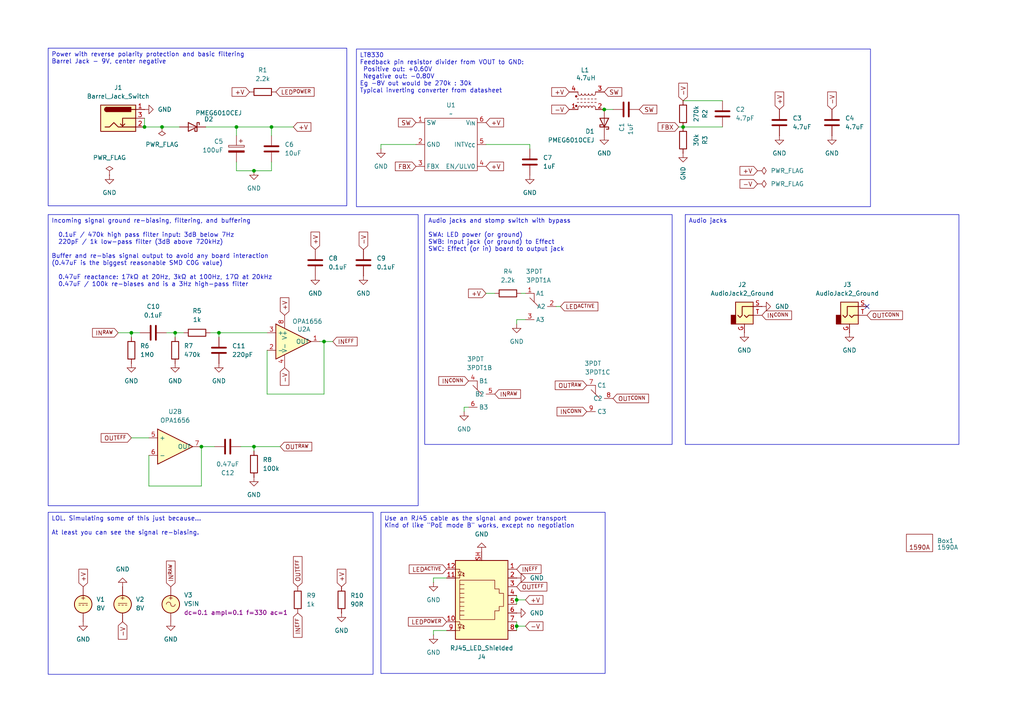
<source format=kicad_sch>
(kicad_sch (version 20250114) (generator "eeschema") (generator_version "9.0")
  (paper "A4")
  (title_block (title "Base board with RJ45") (date "2025-06-11") (rev "v2.0"))
  (lib_symbols
    (symbol "Connector:Barrel_Jack_Switch" (pin_names (hide yes))
      (property "Reference" "J" (at 0 5.334 0))
      (property "Value" "Barrel_Jack_Switch" (at 0 -5.08 0))
      (symbol "Barrel_Jack_Switch_0_1"
        (rectangle (start -5.08 3.81) (end 5.08 -3.81) (stroke (width 0.254)) (fill (type background)))
        (polyline (pts (xy -3.81 -2.54) (xy -2.54 -2.54) (xy -1.27 -1.27) (xy 0 -2.54) (xy 2.54 -2.54) (xy 5.08 -2.54)) (stroke (width 0.254)))
        (arc (start -3.302 1.905) (mid -3.9343 2.54) (end -3.302 3.175) (stroke (width 0.254)))
        (arc (start -3.302 1.905) (mid -3.9343 2.54) (end -3.302 3.175) (stroke (width 0.254)) (fill (type outline)))
        (polyline (pts (xy 1.27 -2.286) (xy 1.905 -1.651)) (stroke (width 0.254)))
        (rectangle (start 3.683 3.175) (end -3.302 1.905) (stroke (width 0.254)) (fill (type outline)))
        (polyline (pts (xy 5.08 2.54) (xy 3.81 2.54)) (stroke (width 0.254)))
        (polyline (pts (xy 5.08 0) (xy 1.27 0) (xy 1.27 -2.286) (xy 0.635 -1.651)) (stroke (width 0.254)))
      )
      (symbol "Barrel_Jack_Switch_1_1"
        (pin passive line (at 7.62 2.54 180) (length 2.54) (name "~") (number "1"))
        (pin passive line (at 7.62 0 180) (length 2.54) (name "~") (number "3"))
        (pin passive line (at 7.62 -2.54 180) (length 2.54) (name "~") (number "2"))
      )
    )
    (symbol "Connector:RJ45_LED_Shielded" (pin_names (offset 1.016))
      (property "Reference" "J" (at -5.08 13.97 0))
      (property "Value" "RJ45_LED_Shielded" (at 1.27 13.97 0))
      (symbol "RJ45_LED_Shielded_0_1"
        (polyline (pts (xy -7.62 10.16) (xy -6.35 10.16)))
        (polyline (pts (xy -7.62 7.62) (xy -6.35 7.62)))
        (polyline (pts (xy -7.62 -5.08) (xy -6.35 -5.08)))
        (polyline (pts (xy -7.62 -7.62) (xy -6.35 -7.62)))
        (polyline (pts (xy -6.858 9.398) (xy -5.842 9.398)))
        (polyline (pts (xy -6.858 -5.842) (xy -5.842 -5.842)))
        (polyline (pts (xy -6.35 10.16) (xy -6.35 9.398)))
        (polyline (pts (xy -6.35 9.398) (xy -6.858 8.382) (xy -5.842 8.382) (xy -6.35 9.398)))
        (polyline (pts (xy -6.35 7.62) (xy -6.35 8.382)))
        (polyline (pts (xy -6.35 1.905) (xy -5.08 1.905) (xy -5.08 1.905)))
        (polyline (pts (xy -6.35 0.635) (xy -5.08 0.635) (xy -5.08 0.635)))
        (polyline (pts (xy -6.35 -0.635) (xy -5.08 -0.635) (xy -5.08 -0.635)))
        (polyline (pts (xy -6.35 -1.905) (xy -5.08 -1.905) (xy -5.08 -1.905)))
        (polyline (pts (xy -6.35 -3.175) (xy -5.08 -3.175) (xy -5.08 -3.175)))
        (polyline (pts (xy -6.35 -4.445) (xy -6.35 6.985) (xy 3.81 6.985) (xy 3.81 4.445) (xy 5.08 4.445) (xy 5.08 3.175) (xy 6.35 3.175) (xy 6.35 -0.635) (xy 5.08 -0.635) (xy 5.08 -1.905) (xy 3.81 -1.905) (xy 3.81 -4.445) (xy -6.35 -4.445) (xy -6.35 -4.445)))
        (polyline (pts (xy -6.35 -5.08) (xy -6.35 -5.842)))
        (polyline (pts (xy -6.35 -5.842) (xy -6.858 -6.858) (xy -5.842 -6.858) (xy -6.35 -5.842)))
        (polyline (pts (xy -6.35 -7.62) (xy -6.35 -6.858)))
        (polyline (pts (xy -5.588 9.144) (xy -5.08 9.652) (xy -5.461 9.525)))
        (polyline (pts (xy -5.588 8.509) (xy -5.08 9.017) (xy -5.461 8.89)))
        (polyline (pts (xy -5.588 -6.096) (xy -5.08 -5.588) (xy -5.461 -5.715)))
        (polyline (pts (xy -5.588 -6.731) (xy -5.08 -6.223) (xy -5.461 -6.35)))
        (polyline (pts (xy -5.08 9.652) (xy -5.207 9.271)))
        (polyline (pts (xy -5.08 9.017) (xy -5.207 8.636)))
        (polyline (pts (xy -5.08 5.715) (xy -6.35 5.715)))
        (polyline (pts (xy -5.08 4.445) (xy -6.35 4.445)))
        (polyline (pts (xy -5.08 3.175) (xy -6.35 3.175) (xy -6.35 3.175)))
        (polyline (pts (xy -5.08 -5.588) (xy -5.207 -5.969)))
        (polyline (pts (xy -5.08 -6.223) (xy -5.207 -6.604)))
        (rectangle (start 7.62 12.7) (end -7.62 -10.16) (stroke (width 0.254)) (fill (type background)))
      )
      (symbol "RJ45_LED_Shielded_1_1"
        (pin passive line (at -10.16 10.16 0) (length 2.54) (name "~") (number "9"))
        (pin passive line (at -10.16 7.62 0) (length 2.54) (name "~") (number "10"))
        (pin passive line (at -10.16 -5.08 0) (length 2.54) (name "~") (number "11"))
        (pin passive line (at -10.16 -7.62 0) (length 2.54) (name "~") (number "12"))
        (pin passive line (at 0 -12.7 90) (length 2.54) (name "~") (number "SH"))
        (pin passive line (at 10.16 10.16 180) (length 2.54) (name "~") (number "8"))
        (pin passive line (at 10.16 7.62 180) (length 2.54) (name "~") (number "7"))
        (pin passive line (at 10.16 5.08 180) (length 2.54) (name "~") (number "6"))
        (pin passive line (at 10.16 2.54 180) (length 2.54) (name "~") (number "5"))
        (pin passive line (at 10.16 0 180) (length 2.54) (name "~") (number "4"))
        (pin passive line (at 10.16 -2.54 180) (length 2.54) (name "~") (number "3"))
        (pin passive line (at 10.16 -5.08 180) (length 2.54) (name "~") (number "2"))
        (pin passive line (at 10.16 -7.62 180) (length 2.54) (name "~") (number "1"))
      )
    )
    (symbol "Connector_Audio:AudioJack2_Ground"
      (property "Reference" "J" (at 0 8.89 0))
      (property "Value" "AudioJack2_Ground" (at 0 6.35 0))
      (symbol "AudioJack2_Ground_0_1"
        (rectangle (start -2.54 -2.54) (end -3.81 0) (stroke (width 0.254)) (fill (type outline)))
        (polyline (pts (xy 0 0) (xy 0.635 -0.635) (xy 1.27 0) (xy 2.54 0)) (stroke (width 0.254)))
        (rectangle (start 2.54 3.81) (end -2.54 -2.54) (stroke (width 0.254)) (fill (type background)))
        (polyline (pts (xy 2.54 2.54) (xy -0.635 2.54) (xy -0.635 0) (xy -1.27 -0.635) (xy -1.905 0)) (stroke (width 0.254)))
      )
      (symbol "AudioJack2_Ground_1_1"
        (pin passive line (at 0 -5.08 90) (length 2.54) (name "~") (number "G"))
        (pin passive line (at 5.08 2.54 180) (length 2.54) (name "~") (number "S"))
        (pin passive line (at 5.08 0 180) (length 2.54) (name "~") (number "T"))
      )
    )
    (symbol "Device:C" (pin_numbers (hide yes)) (pin_names (offset 0.254))
      (property "Reference" "C" (at 0.635 2.54 0))
      (property "Value" "C" (at 0.635 -2.54 0))
      (symbol "C_0_1"
        (polyline (pts (xy -2.032 0.762) (xy 2.032 0.762)) (stroke (width 0.508)))
        (polyline (pts (xy -2.032 -0.762) (xy 2.032 -0.762)) (stroke (width 0.508)))
      )
      (symbol "C_1_1"
        (pin passive line (at 0 3.81 270) (length 2.794) (name "~") (number "1"))
        (pin passive line (at 0 -3.81 90) (length 2.794) (name "~") (number "2"))
      )
    )
    (symbol "Device:C_Polarized" (pin_numbers (hide yes)) (pin_names (offset 0.254))
      (property "Reference" "C" (at 0.635 2.54 0))
      (property "Value" "C_Polarized" (at 0.635 -2.54 0))
      (symbol "C_Polarized_0_1"
        (rectangle (start -2.286 0.508) (end 2.286 1.016))
        (polyline (pts (xy -1.778 2.286) (xy -0.762 2.286)))
        (polyline (pts (xy -1.27 2.794) (xy -1.27 1.778)))
        (rectangle (start 2.286 -0.508) (end -2.286 -1.016) (fill (type outline)))
      )
      (symbol "C_Polarized_1_1"
        (pin passive line (at 0 3.81 270) (length 2.794) (name "~") (number "1"))
        (pin passive line (at 0 -3.81 90) (length 2.794) (name "~") (number "2"))
      )
    )
    (symbol "Device:D_Schottky" (pin_numbers (hide yes)) (pin_names (offset 1.016) (hide yes))
      (property "Reference" "D" (at 0 2.54 0))
      (property "Value" "D_Schottky" (at 0 -2.54 0))
      (symbol "D_Schottky_0_1"
        (polyline (pts (xy -1.905 0.635) (xy -1.905 1.27) (xy -1.27 1.27) (xy -1.27 -1.27) (xy -0.635 -1.27) (xy -0.635 -0.635)) (stroke (width 0.254)))
        (polyline (pts (xy 1.27 1.27) (xy 1.27 -1.27) (xy -1.27 0) (xy 1.27 1.27)) (stroke (width 0.254)))
        (polyline (pts (xy 1.27 0) (xy -1.27 0)))
      )
      (symbol "D_Schottky_1_1"
        (pin passive line (at -3.81 0 0) (length 2.54) (name "K") (number "1"))
        (pin passive line (at 3.81 0 180) (length 2.54) (name "A") (number "2"))
      )
    )
    (symbol "Device:L_Ferrite_Coupled_1243" (pin_names (offset 0.254) (hide yes))
      (property "Reference" "L" (at 0 4.445 0))
      (property "Value" "L_Ferrite_Coupled_1243" (at 0 -4.445 0))
      (symbol "L_Ferrite_Coupled_1243_0_1"
        (circle (center -3.048 1.524) (radius 0.254) (fill (type outline)))
        (circle (center -3.048 -1.27) (radius 0.254) (fill (type outline)))
        (polyline (pts (xy -2.794 0.508) (xy -2.286 0.508)))
        (polyline (pts (xy -2.794 -0.508) (xy -2.286 -0.508)))
        (polyline (pts (xy -2.54 2.032) (xy -2.54 2.54)))
        (polyline (pts (xy -2.54 -2.032) (xy -2.54 -2.54)))
        (arc (start -1.524 2.032) (mid -2.032 1.5262) (end -2.54 2.032))
        (arc (start -2.54 -2.032) (mid -2.032 -1.5262) (end -1.524 -2.032))
        (polyline (pts (xy -1.778 0.508) (xy -1.27 0.508)))
        (polyline (pts (xy -1.778 -0.508) (xy -1.27 -0.508)))
        (arc (start -0.508 2.032) (mid -1.016 1.5262) (end -1.524 2.032))
        (arc (start -1.524 -2.032) (mid -1.016 -1.5262) (end -0.508 -2.032))
        (polyline (pts (xy -0.762 0.508) (xy -0.254 0.508)))
        (polyline (pts (xy -0.762 -0.508) (xy -0.254 -0.508)))
        (arc (start 0.508 2.032) (mid 0 1.5262) (end -0.508 2.032))
        (arc (start -0.508 -2.032) (mid 0 -1.5262) (end 0.508 -2.032))
        (polyline (pts (xy 0.254 0.508) (xy 0.762 0.508)))
        (polyline (pts (xy 0.254 -0.508) (xy 0.762 -0.508)))
        (arc (start 1.524 2.032) (mid 1.016 1.5262) (end 0.508 2.032))
        (arc (start 0.508 -2.032) (mid 1.016 -1.5262) (end 1.524 -2.032))
        (polyline (pts (xy 1.27 0.508) (xy 1.778 0.508)))
        (polyline (pts (xy 1.27 -0.508) (xy 1.778 -0.508)))
        (arc (start 2.54 2.032) (mid 2.032 1.5262) (end 1.524 2.032))
        (arc (start 1.524 -2.032) (mid 2.032 -1.5262) (end 2.54 -2.032))
        (polyline (pts (xy 2.286 0.508) (xy 2.794 0.508)))
        (polyline (pts (xy 2.286 -0.508) (xy 2.794 -0.508)))
        (polyline (pts (xy 2.54 2.54) (xy 2.54 2.032)))
        (polyline (pts (xy 2.54 -2.032) (xy 2.54 -2.54)))
      )
      (symbol "L_Ferrite_Coupled_1243_1_1"
        (pin passive line (at -5.08 2.54 0) (length 2.54) (name "1") (number "1"))
        (pin passive line (at -5.08 -2.54 0) (length 2.54) (name "4") (number "4"))
        (pin passive line (at 5.08 2.54 180) (length 2.54) (name "2") (number "2"))
        (pin passive line (at 5.08 -2.54 180) (length 2.54) (name "3") (number "3"))
      )
    )
    (symbol "Device:R" (pin_numbers (hide yes)) (pin_names (offset 0))
      (property "Reference" "R" (at 2.032 0 90))
      (property "Value" "R" (at 0 0 90))
      (symbol "R_0_1"
        (rectangle (start -1.016 -2.54) (end 1.016 2.54) (stroke (width 0.254)))
      )
      (symbol "R_1_1"
        (pin passive line (at 0 3.81 270) (length 1.27) (name "~") (number "1"))
        (pin passive line (at 0 -3.81 90) (length 1.27) (name "~") (number "2"))
      )
    )
    (symbol "Mylib:3PDT"
      (property "Reference" "3PDT" (at 0 0 0))
      (symbol "3PDT_0_1"
        (polyline (pts (xy 0 -3.81) (xy 0 -6.35)))
        (polyline (pts (xy 1.27 -7.62) (xy -1.27 -5.08)))
      )
      (symbol "3PDT_1_1"
        (pin passive line (at -2.54 -3.81 0) (length 2.54) (name "A1") (number "1"))
        (pin passive line (at -2.54 -11.43 0) (length 2.54) (name "A3") (number "3"))
        (pin passive line (at 6.35 -7.62 180) (length 2.54) (name "A2") (number "2"))
      )
      (symbol "3PDT_2_1"
        (pin passive line (at -2.54 -3.81 0) (length 2.54) (name "B1") (number "4"))
        (pin passive line (at -2.54 -11.43 0) (length 2.54) (name "B3") (number "6"))
        (pin passive line (at 5.08 -7.62 180) (length 2.54) (name "B2") (number "5"))
      )
      (symbol "3PDT_3_1"
        (pin passive line (at -2.54 -3.81 0) (length 2.54) (name "C1") (number "7"))
        (pin passive line (at -2.54 -11.43 0) (length 2.54) (name "C3") (number "9"))
        (pin passive line (at 5.08 -7.62 180) (length 2.54) (name "C2") (number "8"))
      )
    )
    (symbol "Mylib:Enclosure_1590A" (exclude_from_sim yes)
      (property "Reference" "Box" (at 0 0 0))
      (symbol "Enclosure_1590A_0_1"
        (rectangle (start -3.81 1.27) (end 3.81 -3.81))
      )
      (symbol "Enclosure_1590A_1_1"
        (text "1590A" (at 0 -2.54 0) (effects (font (size 1.27 1.27))))
      )
    )
    (symbol "Mylib:LT8330"
      (property "Reference" "U" (at -0.762 -2.286 0))
      (symbol "LT8330_0_1"
        (rectangle (start -7.62 0) (end 7.62 -15.24))
      )
      (symbol "LT8330_1_1"
        (pin output line (at -10.16 -1.27 0) (length 2.54) (name "SW") (number "1"))
        (pin power_in line (at -10.16 -7.62 0) (length 2.54) (name "GND") (number "2"))
        (pin input line (at -10.16 -13.97 0) (length 2.54) (name "FBX") (number "3"))
        (pin power_in line (at 10.16 -1.27 180) (length 2.54) (name "V_{IN}") (number "6"))
        (pin input line (at 10.16 -7.62 180) (length 2.54) (name "INTV_{CC}") (number "5"))
        (pin input line (at 10.16 -13.97 180) (length 2.54) (name "EN/ULV0") (number "4"))
      )
    )
    (symbol "Mylib:OPA1656"
      (property "Reference" "U" (at 8.89 5.08 0))
      (property "Value" "OPA1656" (at 2.54 11.43 0))
      (symbol "OPA1656_0_1"
        (polyline (pts (xy -2.54 5.08) (xy 7.62 0) (xy -2.54 -5.08) (xy -2.54 5.08)) (stroke (width 0.254)) (fill (type background)))
      )
      (symbol "OPA1656_1_1"
        (pin input line (at -5.08 2.54 0) (length 2.54) (name "+") (number "3"))
        (pin input line (at -5.08 -2.54 0) (length 2.54) (name "-") (number "2"))
        (pin power_in line (at 0 7.62 270) (length 3.81) (name "V+") (number "8"))
        (pin power_in line (at 0 -7.62 90) (length 3.81) (name "V-") (number "4"))
        (pin output line (at 10.16 0 180) (length 2.54) (name "OUT") (number "1"))
      )
      (symbol "OPA1656_2_1"
        (pin input line (at -5.08 2.54 0) (length 2.54) (name "+") (number "5"))
        (pin input line (at -5.08 -2.54 0) (length 2.54) (name "-") (number "6"))
        (pin output line (at 10.16 0 180) (length 2.54) (name "OUT") (number "7"))
      )
    )
    (symbol "Simulation_SPICE:VDC" (pin_numbers (hide yes)) (pin_names (offset 0.0254))
      (property "Reference" "V" (at 2.54 2.54 0))
      (property "Value" "1" (at 2.54 0 0))
      (symbol "VDC_0_0"
        (polyline (pts (xy -1.27 0.254) (xy 1.27 0.254)))
        (polyline (pts (xy -0.762 -0.254) (xy -1.27 -0.254)))
        (polyline (pts (xy 0.254 -0.254) (xy -0.254 -0.254)))
        (polyline (pts (xy 1.27 -0.254) (xy 0.762 -0.254)))
        (text "+" (at 0 1.905 0) (effects (font (size 1.27 1.27))))
      )
      (symbol "VDC_0_1"
        (circle (center 0 0) (radius 2.54) (stroke (width 0.254)) (fill (type background)))
      )
      (symbol "VDC_1_1"
        (pin passive line (at 0 5.08 270) (length 2.54) (name "~") (number "1"))
        (pin passive line (at 0 -5.08 90) (length 2.54) (name "~") (number "2"))
      )
    )
    (symbol "Simulation_SPICE:VSIN" (pin_numbers (hide yes)) (pin_names (offset 0.0254))
      (property "Reference" "V" (at 2.54 2.54 0))
      (property "Value" "VSIN" (at 2.54 0 0))
      (property "Sim.Params" "dc=0 ampl=1 f=1k ac=1" (at 2.54 -2.54 0))
      (symbol "VSIN_0_0"
        (arc (start -1.27 0) (mid -0.635 0.6323) (end 0 0))
        (arc (start 1.27 0) (mid 0.635 -0.6323) (end 0 0))
        (text "+" (at 0 1.905 0) (effects (font (size 1.27 1.27))))
      )
      (symbol "VSIN_0_1"
        (circle (center 0 0) (radius 2.54) (stroke (width 0.254)) (fill (type background)))
      )
      (symbol "VSIN_1_1"
        (pin passive line (at 0 5.08 270) (length 2.54) (name "~") (number "1"))
        (pin passive line (at 0 -5.08 90) (length 2.54) (name "~") (number "2"))
      )
    )
    (symbol "power:GND" (power) (pin_numbers (hide yes)) (pin_names (offset 0) (hide yes))
      (property "Value" "GND" (at 0 -3.81 0))
      (symbol "GND_0_1"
        (polyline (pts (xy 0 0) (xy 0 -1.27) (xy 1.27 -1.27) (xy 0 -2.54) (xy -1.27 -1.27) (xy 0 -1.27)))
      )
      (symbol "GND_1_1"
        (pin power_in line (at 0 0 270) (length 0) (name "~") (number "1"))
      )
    )
    (symbol "power:PWR_FLAG" (power) (pin_numbers (hide yes)) (pin_names (offset 0) (hide yes))
      (property "Value" "PWR_FLAG" (at 0 3.81 0))
      (symbol "PWR_FLAG_0_0"
        (pin power_out line (at 0 0 90) (length 0) (name "~") (number "1"))
      )
      (symbol "PWR_FLAG_0_1"
        (polyline (pts (xy 0 0) (xy 0 1.27) (xy -1.016 1.905) (xy 0 2.54) (xy 1.016 1.905) (xy 0 1.27)))
      )
    )
  )
  (text_box "Incoming signal ground re-biasing, filtering, and buffering\n\n  0.1uF / 470k high pass filter input: 3dB below 7Hz\n  220pF / 1k low-pass filter (3dB above 720kHz)\n\nBuffer and re-bias signal output to avoid any board interaction\n(0.47uF is the biggest reasonable SMD C0G value)\n\n  0.47uF reactance: 17kΩ at 20Hz, 3kΩ at 100Hz, 17Ω at 20kHz\n  0.47uF / 100k re-biases and is a 3Hz high-pass filter" (at 13.97 62.23 0) (size 107.315 84.455) (margins 0.9525 0.9525 0.9525 0.9525) (effects (font (size 1.27 1.27)) (justify left top)))
  (text_box "Power with reverse polarity protection and basic filtering\nBarrel Jack - 9V, center negative" (at 13.97 13.97 0) (size 86.614 45.72) (margins 0.9525 0.9525 0.9525 0.9525) (effects (font (size 1.27 1.27)) (justify left top)))
  (text_box "Use an RJ45 cable as the signal and power transport\nKind of like \"PoE mode B\" works, except no negotiation" (at 110.49 148.59 0) (size 65.024 46.736) (margins 0.9525 0.9525 0.9525 0.9525) (effects (font (size 1.27 1.27)) (justify left top)))
  (text_box "Audio jacks and stomp switch with bypass\n\nSWA: LED power (or ground)\nSWB: Input jack (or ground) to Effect\nSWC: Effect (or in) board to output jack" (at 123.19 62.23 0) (size 71.755 66.675) (margins 0.9525 0.9525 0.9525 0.9525) (effects (font (size 1.27 1.27)) (justify left top)))
  (text_box "LOL. Simulating some of this just because...\n\nAt least you can see the signal re-biasing." (at 13.97 148.59 0) (size 94.234 46.99) (margins 0.9525 0.9525 0.9525 0.9525) (effects (font (size 1.27 1.27)) (justify left top)))
  (text_box "LT8330\nFeedback pin resistor divider from VOUT to GND:\n Positive out: +0.60V\n Negative out: -0.80V\nEg -8V out would be 270k : 30k\nTypical inverting converter from datasheet" (at 103.378 14.224 0) (size 149.098 45.72) (margins 0.9525 0.9525 0.9525 0.9525) (effects (font (size 1.27 1.27)) (justify left top)))
  (text_box "Audio jacks" (at 198.755 62.23 0) (size 79.375 66.675) (margins 0.9525 0.9525 0.9525 0.9525) (effects (font (size 1.27 1.27)) (justify left top)))
  (junction (at 58.42 129.54))
  (junction (at 63.5 96.52))
  (junction (at 68.58 36.83))
  (junction (at 198.12 36.83))
  (junction (at 38.1 96.52))
  (junction (at 78.74 36.83))
  (junction (at 93.98 99.06))
  (junction (at 73.66 49.53))
  (junction (at 175.26 31.75))
  (junction (at 149.86 181.61))
  (junction (at 46.99 36.83))
  (junction (at 73.66 129.54))
  (junction (at 41.91 36.83))
  (junction (at 149.86 173.99))
  (junction (at 50.8 96.52))
  (no_connect (at 251.46 88.9))
  (wire (pts (xy 152.4 92.71) (xy 149.86 92.71)))
  (wire (pts (xy 149.86 181.61) (xy 149.86 182.88)))
  (wire (pts (xy 58.42 140.97) (xy 58.42 129.54)))
  (wire (pts (xy 46.99 36.83) (xy 52.07 36.83)))
  (wire (pts (xy 149.86 173.99) (xy 149.86 175.26)))
  (wire (pts (xy 41.91 36.83) (xy 46.99 36.83)))
  (wire (pts (xy 93.98 99.06) (xy 93.98 114.3)))
  (wire (pts (xy 198.12 29.21) (xy 209.55 29.21)))
  (wire (pts (xy 92.71 99.06) (xy 93.98 99.06)))
  (wire (pts (xy 58.42 129.54) (xy 62.23 129.54)))
  (wire (pts (xy 68.58 46.99) (xy 68.58 49.53)))
  (wire (pts (xy 152.4 181.61) (xy 149.86 181.61)))
  (wire (pts (xy 175.26 31.75) (xy 177.8 31.75)))
  (wire (pts (xy 125.73 168.91) (xy 125.73 167.64)))
  (wire (pts (xy 153.67 41.91) (xy 153.67 43.18)))
  (wire (pts (xy 68.58 49.53) (xy 73.66 49.53)))
  (wire (pts (xy 149.86 172.72) (xy 149.86 173.99)))
  (wire (pts (xy 78.74 39.37) (xy 78.74 36.83)))
  (wire (pts (xy 63.5 97.79) (xy 63.5 96.52)))
  (wire (pts (xy 152.4 173.99) (xy 149.86 173.99)))
  (wire (pts (xy 151.13 85.09) (xy 152.4 85.09)))
  (wire (pts (xy 59.69 36.83) (xy 68.58 36.83)))
  (wire (pts (xy 78.74 36.83) (xy 85.09 36.83)))
  (wire (pts (xy 50.8 96.52) (xy 50.8 97.79)))
  (wire (pts (xy 110.49 41.91) (xy 120.65 41.91)))
  (wire (pts (xy 149.86 92.71) (xy 149.86 93.98)))
  (wire (pts (xy 149.86 180.34) (xy 149.86 181.61)))
  (wire (pts (xy 34.29 96.52) (xy 38.1 96.52)))
  (wire (pts (xy 43.18 132.08) (xy 43.18 140.97)))
  (wire (pts (xy 38.1 96.52) (xy 40.64 96.52)))
  (wire (pts (xy 198.12 36.83) (xy 209.55 36.83)))
  (wire (pts (xy 125.73 167.64) (xy 129.54 167.64)))
  (wire (pts (xy 140.97 85.09) (xy 143.51 85.09)))
  (wire (pts (xy 68.58 36.83) (xy 78.74 36.83)))
  (wire (pts (xy 125.73 184.15) (xy 125.73 182.88)))
  (wire (pts (xy 134.62 118.11) (xy 134.62 119.38)))
  (wire (pts (xy 93.98 99.06) (xy 96.52 99.06)))
  (wire (pts (xy 125.73 182.88) (xy 129.54 182.88)))
  (wire (pts (xy 196.85 36.83) (xy 198.12 36.83)))
  (wire (pts (xy 60.96 96.52) (xy 63.5 96.52)))
  (wire (pts (xy 63.5 96.52) (xy 77.47 96.52)))
  (wire (pts (xy 38.1 96.52) (xy 38.1 97.79)))
  (wire (pts (xy 77.47 114.3) (xy 77.47 101.6)))
  (wire (pts (xy 77.47 114.3) (xy 93.98 114.3)))
  (wire (pts (xy 41.91 34.29) (xy 41.91 36.83)))
  (wire (pts (xy 73.66 129.54) (xy 81.28 129.54)))
  (wire (pts (xy 43.18 140.97) (xy 58.42 140.97)))
  (wire (pts (xy 73.66 49.53) (xy 78.74 49.53)))
  (wire (pts (xy 38.1 127) (xy 43.18 127)))
  (wire (pts (xy 48.26 96.52) (xy 50.8 96.52)))
  (wire (pts (xy 73.66 129.54) (xy 73.66 130.81)))
  (wire (pts (xy 135.89 118.11) (xy 134.62 118.11)))
  (wire (pts (xy 50.8 96.52) (xy 53.34 96.52)))
  (wire (pts (xy 140.97 41.91) (xy 153.67 41.91)))
  (wire (pts (xy 73.66 129.54) (xy 69.85 129.54)))
  (wire (pts (xy 110.49 43.18) (xy 110.49 41.91)))
  (wire (pts (xy 162.56 88.9) (xy 161.29 88.9)))
  (wire (pts (xy 78.74 46.99) (xy 78.74 49.53)))
  (wire (pts (xy 68.58 39.37) (xy 68.58 36.83)))
  (global_label "+V" (shape input) (at 152.4 173.99 0) (property "Intersheetrefs" "${INTERSHEET_REFS}" (effects (hide yes))))
  (global_label "+V" (shape input) (at 24.13 170.18 90) (property "Intersheetrefs" "${INTERSHEET_REFS}" (effects (hide yes))))
  (global_label "IN^{EFF}" (shape input) (at 96.52 99.06 0) (property "Intersheetrefs" "${INTERSHEET_REFS}" (effects (hide yes))))
  (global_label "LED^{POWER}" (shape input) (at 129.54 180.34 180) (property "Intersheetrefs" "${INTERSHEET_REFS}" (effects (hide yes))))
  (global_label "SW" (shape input) (at 120.65 35.56 180) (property "Intersheetrefs" "${INTERSHEET_REFS}" (effects (hide yes))))
  (global_label "IN^{CONN}" (shape input) (at 170.18 119.38 180) (property "Intersheetrefs" "${INTERSHEET_REFS}" (effects (hide yes))))
  (global_label "-V" (shape input) (at 165.1 31.75 180) (property "Intersheetrefs" "${INTERSHEET_REFS}" (effects (hide yes))))
  (global_label "IN^{RAW}" (shape input) (at 49.53 170.18 90) (property "Intersheetrefs" "${INTERSHEET_REFS}" (effects (hide yes))))
  (global_label "OUT^{RAW}" (shape input) (at 81.28 129.54 0) (property "Intersheetrefs" "${INTERSHEET_REFS}" (effects (hide yes))))
  (global_label "OUT^{CONN}" (shape input) (at 251.46 91.44 0) (property "Intersheetrefs" "${INTERSHEET_REFS}" (effects (hide yes))))
  (global_label "-V" (shape input) (at 198.12 29.21 90) (property "Intersheetrefs" "${INTERSHEET_REFS}" (effects (hide yes))))
  (global_label "+V" (shape input) (at 165.1 26.67 180) (property "Intersheetrefs" "${INTERSHEET_REFS}" (effects (hide yes))))
  (global_label "OUT^{RAW}" (shape input) (at 170.18 111.76 180) (property "Intersheetrefs" "${INTERSHEET_REFS}" (effects (hide yes))))
  (global_label "+V" (shape input) (at 140.97 85.09 180) (property "Intersheetrefs" "${INTERSHEET_REFS}" (effects (hide yes))))
  (global_label "-V" (shape input) (at 35.56 180.34 270) (property "Intersheetrefs" "${INTERSHEET_REFS}" (effects (hide yes))))
  (global_label "FBX" (shape input) (at 120.65 48.26 180) (property "Intersheetrefs" "${INTERSHEET_REFS}" (effects (hide yes))))
  (global_label "+V" (shape input) (at 140.97 35.56 0) (property "Intersheetrefs" "${INTERSHEET_REFS}" (effects (hide yes))))
  (global_label "IN^{CONN}" (shape input) (at 220.98 91.44 0) (property "Intersheetrefs" "${INTERSHEET_REFS}" (effects (hide yes))))
  (global_label "+V" (shape input) (at 72.39 26.67 180) (property "Intersheetrefs" "${INTERSHEET_REFS}" (effects (hide yes))))
  (global_label "+V" (shape input) (at 91.44 72.39 90) (property "Intersheetrefs" "${INTERSHEET_REFS}" (effects (hide yes))))
  (global_label "-V" (shape input) (at 241.3 31.75 90) (property "Intersheetrefs" "${INTERSHEET_REFS}" (effects (hide yes))))
  (global_label "OUT^{EFF}" (shape input) (at 149.86 170.18 0) (property "Intersheetrefs" "${INTERSHEET_REFS}" (effects (hide yes))))
  (global_label "LED^{ACTIVE}" (shape input) (at 162.56 88.9 0) (property "Intersheetrefs" "${INTERSHEET_REFS}" (effects (hide yes))))
  (global_label "+V" (shape input) (at 99.06 170.18 90) (property "Intersheetrefs" "${INTERSHEET_REFS}" (effects (hide yes))))
  (global_label "-V" (shape input) (at 152.4 181.61 0) (property "Intersheetrefs" "${INTERSHEET_REFS}" (effects (hide yes))))
  (global_label "IN^{RAW}" (shape input) (at 34.29 96.52 180) (property "Intersheetrefs" "${INTERSHEET_REFS}" (effects (hide yes))))
  (global_label "+V" (shape input) (at 140.97 48.26 0) (property "Intersheetrefs" "${INTERSHEET_REFS}" (effects (hide yes))))
  (global_label "FBX" (shape input) (at 196.85 36.83 180) (property "Intersheetrefs" "${INTERSHEET_REFS}" (effects (hide yes))))
  (global_label "IN^{RAW}" (shape input) (at 143.51 114.3 0) (property "Intersheetrefs" "${INTERSHEET_REFS}" (effects (hide yes))))
  (global_label "-V" (shape input) (at 105.41 72.39 90) (property "Intersheetrefs" "${INTERSHEET_REFS}" (effects (hide yes))))
  (global_label "+V" (shape input) (at 85.09 36.83 0) (property "Intersheetrefs" "${INTERSHEET_REFS}" (effects (hide yes))))
  (global_label "OUT^{EFF}" (shape input) (at 38.1 127 180) (property "Intersheetrefs" "${INTERSHEET_REFS}" (effects (hide yes))))
  (global_label "-V" (shape input) (at 219.71 53.34 180) (property "Intersheetrefs" "${INTERSHEET_REFS}" (effects (hide yes))))
  (global_label "OUT^{EFF}" (shape input) (at 86.36 170.18 90) (property "Intersheetrefs" "${INTERSHEET_REFS}" (effects (hide yes))))
  (global_label "SW" (shape input) (at 185.42 31.75 0) (property "Intersheetrefs" "${INTERSHEET_REFS}" (effects (hide yes))))
  (global_label "IN^{EFF}" (shape input) (at 86.36 177.8 270) (property "Intersheetrefs" "${INTERSHEET_REFS}" (effects (hide yes))))
  (global_label "IN^{EFF}" (shape input) (at 149.86 165.1 0) (property "Intersheetrefs" "${INTERSHEET_REFS}" (effects (hide yes))))
  (global_label "SW" (shape input) (at 175.26 26.67 0) (property "Intersheetrefs" "${INTERSHEET_REFS}" (effects (hide yes))))
  (global_label "-V" (shape input) (at 82.55 106.68 270) (property "Intersheetrefs" "${INTERSHEET_REFS}" (effects (hide yes))))
  (global_label "OUT^{CONN}" (shape input) (at 177.8 115.57 0) (property "Intersheetrefs" "${INTERSHEET_REFS}" (effects (hide yes))))
  (global_label "+V" (shape input) (at 82.55 91.44 90) (property "Intersheetrefs" "${INTERSHEET_REFS}" (effects (hide yes))))
  (global_label "LED^{POWER}" (shape input) (at 80.01 26.67 0) (property "Intersheetrefs" "${INTERSHEET_REFS}" (effects (hide yes))))
  (global_label "LED^{ACTIVE}" (shape input) (at 129.54 165.1 180) (property "Intersheetrefs" "${INTERSHEET_REFS}" (effects (hide yes))))
  (global_label "+V" (shape input) (at 226.06 31.75 90) (property "Intersheetrefs" "${INTERSHEET_REFS}" (effects (hide yes))))
  (global_label "IN^{CONN}" (shape input) (at 135.89 110.49 180) (property "Intersheetrefs" "${INTERSHEET_REFS}" (effects (hide yes))))
  (global_label "+V" (shape input) (at 219.71 49.53 180) (property "Intersheetrefs" "${INTERSHEET_REFS}" (effects (hide yes))))
  (symbol (lib_id "power:GND") (at 175.26 39.37 0) (unit 1)
    (property "Reference" "#PWR02" (effects (hide yes)))
    (property "Value" "GND" (at 175.26 44.45 0))
    (property "Description" "Power symbol creates a global label with name \"GND\" , ground" (effects (hide yes)))
  )
  (symbol (lib_id "power:GND") (at 125.73 168.91 0) (unit 1)
    (property "Reference" "#PWR023" (effects (hide yes)))
    (property "Value" "GND" (at 125.73 173.99 0))
    (property "Description" "Power symbol creates a global label with name \"GND\" , ground" (effects (hide yes)))
  )
  (symbol (lib_id "power:GND") (at 149.86 167.64 90) (unit 1)
    (property "Reference" "#PWR022" (effects (hide yes)))
    (property "Value" "GND" (at 153.67 167.6399 90) (effects (justify right)))
    (property "Description" "Power symbol creates a global label with name \"GND\" , ground" (effects (hide yes)))
  )
  (symbol (lib_id "Connector_Audio:AudioJack2_Ground") (at 215.9 91.44 0) (unit 1) (exclude_from_sim yes)
    (property "Reference" "J2" (at 215.265 82.55 0))
    (property "Value" "AudioJack2_Ground" (at 215.265 85.09 0))
    (property "Footprint" "Mylib:CK-6.35" (effects (hide yes)))
    (property "Description" "Audio Jack, 2 Poles (Mono / TS), Grounded Sleeve" (effects (hide yes)))
  )
  (symbol (lib_id "Device:C") (at 181.61 31.75 90) (mirror x) (unit 1)
    (property "Reference" "C1" (at 180.3399 35.56 0) (effects (justify left)))
    (property "Value" "1uF" (at 182.8799 35.56 0) (effects (justify left)))
    (property "Footprint" "Capacitor_SMD:C_1206_3216Metric_Pad1.33x1.80mm_HandSolder" (effects (hide yes)))
    (property "Description" "Unpolarized capacitor" (effects (hide yes)))
  )
  (symbol (lib_id "Device:L_Ferrite_Coupled_1243") (at 170.18 29.21 0) (mirror x) (unit 1)
    (property "Reference" "L1" (at 169.672 20.32 0))
    (property "Value" "4.7uH" (at 169.926 22.606 0))
    (property "Footprint" "Mylib:LPD5030" (effects (hide yes)))
    (property "Description" "Coupled inductor with ferrite core" (effects (hide yes)))
    (property "Sim.Device" "L" (effects (hide yes)))
    (property "Sim.Type" "=" (effects (hide yes)))
    (property "Sim.Pins" "1=+ 2=-" (effects (hide yes)))
    (property "Sim.Params" "l=4.7u" (effects (hide yes)))
  )
  (symbol (lib_id "power:GND") (at 149.86 177.8 90) (unit 1)
    (property "Reference" "#PWR026" (effects (hide yes)))
    (property "Value" "GND" (at 153.67 177.7999 90) (effects (justify right)))
    (property "Description" "Power symbol creates a global label with name \"GND\" , ground" (effects (hide yes)))
  )
  (symbol (lib_id "power:GND") (at 220.98 88.9 90) (unit 1)
    (property "Reference" "#PWR012" (effects (hide yes)))
    (property "Value" "GND" (at 224.79 88.8999 90) (effects (justify right)))
    (property "Description" "Power symbol creates a global label with name \"GND\" , ground" (effects (hide yes)))
  )
  (symbol (lib_id "power:GND") (at 99.06 177.8 0) (unit 1)
    (property "Reference" "#PWR025" (effects (hide yes)))
    (property "Value" "GND" (at 99.06 182.88 0))
    (property "Description" "Power symbol creates a global label with name \"GND\" , ground" (effects (hide yes)))
  )
  (symbol (lib_id "Device:C") (at 91.44 76.2 0) (unit 1)
    (property "Reference" "C8" (at 95.25 74.9299 0) (effects (justify left)))
    (property "Value" "0.1uF" (at 95.25 77.4699 0) (effects (justify left)))
    (property "Footprint" "Mylib:C_0704_1810Metric" (effects (hide yes)))
    (property "Description" "Unpolarized capacitor" (effects (hide yes)))
  )
  (symbol (lib_id "power:GND") (at 153.67 50.8 0) (unit 1)
    (property "Reference" "#PWR09" (effects (hide yes)))
    (property "Value" "GND" (at 153.67 55.88 0))
    (property "Description" "Power symbol creates a global label with name \"GND\" , ground" (effects (hide yes)))
  )
  (symbol (lib_id "Device:C") (at 209.55 33.02 0) (unit 1)
    (property "Reference" "C2" (at 213.36 31.7499 0) (effects (justify left)))
    (property "Value" "4.7pF" (at 213.36 34.2899 0) (effects (justify left)))
    (property "Footprint" "Capacitor_SMD:C_0805_2012Metric" (effects (hide yes)))
    (property "Description" "Unpolarized capacitor" (effects (hide yes)))
  )
  (symbol (lib_id "Connector:Barrel_Jack_Switch") (at 34.29 34.29 0) (unit 1) (exclude_from_sim yes)
    (property "Reference" "J1" (at 34.29 25.4 0))
    (property "Value" "Barrel_Jack_Switch" (at 34.29 27.94 0))
    (property "Footprint" "Connector_BarrelJack:BarrelJack_Wuerth_6941xx301002" (effects (hide yes)))
    (property "Description" "DC Barrel Jack with an internal switch" (effects (hide yes)))
  )
  (symbol (lib_id "Device:R") (at 198.12 33.02 0) (unit 1)
    (property "Reference" "R2" (at 204.47 33.02 90))
    (property "Value" "270k" (at 201.93 33.02 90))
    (property "Footprint" "Resistor_SMD:R_0805_2012Metric_Pad1.20x1.40mm_HandSolder" (effects (hide yes)))
    (property "Description" "Resistor" (effects (hide yes)))
  )
  (symbol (lib_id "power:GND") (at 139.7 160.02 180) (unit 1)
    (property "Reference" "#PWR021" (effects (hide yes)))
    (property "Value" "GND" (at 139.7 154.94 0))
    (property "Description" "Power symbol creates a global label with name \"GND\" , ground" (effects (hide yes)))
  )
  (symbol (lib_id "Device:R") (at 147.32 85.09 90) (unit 1)
    (property "Reference" "R4" (at 147.32 78.74 90))
    (property "Value" "2.2k" (at 147.32 81.28 90))
    (property "Footprint" "Resistor_SMD:R_0805_2012Metric_Pad1.20x1.40mm_HandSolder" (effects (hide yes)))
    (property "Description" "Resistor" (effects (hide yes)))
  )
  (symbol (lib_id "Device:D_Schottky") (at 55.88 36.83 0) (mirror y) (unit 1)
    (property "Reference" "D2" (at 59.182 34.544 0) (effects (justify right)))
    (property "Value" "PMEG6010CEJ" (at 56.642 32.766 0) (effects (justify right)))
    (property "Footprint" "Diode_SMD:D_SOD-323" (effects (hide yes)))
    (property "Description" "Schottky diode" (effects (hide yes)))
    (property "Sim.Device" "D" (effects (hide yes)))
    (property "Sim.Pins" "1=K 2=A" (effects (hide yes)))
  )
  (symbol (lib_id "Mylib:OPA1656") (at 48.26 129.54 0) (unit 2)
    (property "Reference" "U2" (at 50.8 119.38 0))
    (property "Value" "OPA1656" (at 50.8 121.92 0))
    (property "Footprint" "Package_SO:SOIC-8_3.9x4.9mm_P1.27mm" (effects (hide yes)))
    (property "Datasheet" "https://ti.com/lit/ds/symlink/opa1655.pdf" (effects (hide yes)))
    (property "Description" "Dual audio op-amp" (effects (hide yes)))
    (property "Sim.Library" "${KIPRJMOD}/../../symbols/dual1656.lib" (effects (hide yes)))
    (property "Sim.Name" "DUAL1656" (effects (hide yes)))
    (property "Sim.Device" "SUBCKT" (effects (hide yes)))
    (property "Sim.Pins" "1=OUTA 2=INA- 3=INA+ 4=V- 5=INB+ 6=INB- 7=OUTB 8=V+" (effects (hide yes)))
  )
  (symbol (lib_id "power:GND") (at 110.49 43.18 0) (unit 1)
    (property "Reference" "#PWR05" (effects (hide yes)))
    (property "Value" "GND" (at 110.49 48.26 0))
    (property "Description" "Power symbol creates a global label with name \"GND\" , ground" (effects (hide yes)))
  )
  (symbol (lib_id "power:GND") (at 246.38 96.52 0) (unit 1)
    (property "Reference" "#PWR015" (effects (hide yes)))
    (property "Value" "GND" (at 246.38 101.6 0))
    (property "Description" "Power symbol creates a global label with name \"GND\" , ground" (effects (hide yes)))
  )
  (symbol (lib_id "power:GND") (at 105.41 80.01 0) (unit 1)
    (property "Reference" "#PWR011" (effects (hide yes)))
    (property "Value" "GND" (at 105.41 85.09 0))
    (property "Description" "Power symbol creates a global label with name \"GND\" , ground" (effects (hide yes)))
  )
  (symbol (lib_id "Device:C") (at 66.04 129.54 270) (unit 1)
    (property "Reference" "C12" (at 66.04 137.16 90))
    (property "Value" "0.47uF" (at 66.04 134.62 90))
    (property "Footprint" "Capacitor_SMD:C_1206_3216Metric_Pad1.33x1.80mm_HandSolder" (effects (hide yes)))
    (property "Description" "Unpolarized capacitor" (effects (hide yes)))
  )
  (symbol (lib_id "Device:C") (at 105.41 76.2 0) (unit 1)
    (property "Reference" "C9" (at 109.22 74.9299 0) (effects (justify left)))
    (property "Value" "0.1uF" (at 109.22 77.4699 0) (effects (justify left)))
    (property "Footprint" "Mylib:C_0704_1810Metric" (effects (hide yes)))
    (property "Description" "Unpolarized capacitor" (effects (hide yes)))
  )
  (symbol (lib_id "power:PWR_FLAG") (at 31.75 50.8 0) (unit 1)
    (property "Reference" "#FLG03" (effects (hide yes)))
    (property "Value" "PWR_FLAG" (at 31.75 45.72 0))
    (property "Description" "Special symbol for telling ERC where power comes from" (effects (hide yes)))
  )
  (symbol (lib_id "Device:R") (at 57.15 96.52 90) (unit 1)
    (property "Reference" "R5" (at 57.15 90.17 90))
    (property "Value" "1k" (at 57.15 92.71 90))
    (property "Footprint" "Resistor_SMD:R_0805_2012Metric_Pad1.20x1.40mm_HandSolder" (effects (hide yes)))
    (property "Description" "Resistor" (effects (hide yes)))
  )
  (symbol (lib_id "Device:C") (at 44.45 96.52 90) (unit 1)
    (property "Reference" "C10" (at 44.45 88.9 90))
    (property "Value" "0.1uF" (at 44.45 91.44 90))
    (property "Footprint" "Mylib:C_0704_1810Metric" (effects (hide yes)))
    (property "Description" "Unpolarized capacitor" (effects (hide yes)))
  )
  (symbol (lib_id "power:GND") (at 24.13 180.34 0) (unit 1)
    (property "Reference" "#PWR027" (effects (hide yes)))
    (property "Value" "GND" (at 24.13 185.42 0))
    (property "Description" "Power symbol creates a global label with name \"GND\" , ground" (effects (hide yes)))
  )
  (symbol (lib_id "Device:C") (at 153.67 46.99 0) (unit 1)
    (property "Reference" "C7" (at 157.48 45.7199 0) (effects (justify left)))
    (property "Value" "1uF" (at 157.48 48.2599 0) (effects (justify left)))
    (property "Footprint" "Capacitor_SMD:C_1206_3216Metric_Pad1.33x1.80mm_HandSolder" (effects (hide yes)))
    (property "Description" "Unpolarized capacitor" (effects (hide yes)))
  )
  (symbol (lib_id "Device:C") (at 63.5 101.6 0) (unit 1)
    (property "Reference" "C11" (at 67.31 100.3299 0) (effects (justify left)))
    (property "Value" "220pF" (at 67.31 102.8699 0) (effects (justify left)))
    (property "Footprint" "Capacitor_SMD:C_0805_2012Metric_Pad1.18x1.45mm_HandSolder" (effects (hide yes)))
    (property "Description" "Unpolarized capacitor" (effects (hide yes)))
  )
  (symbol (lib_id "Device:C") (at 226.06 35.56 0) (unit 1)
    (property "Reference" "C3" (at 229.87 34.2899 0) (effects (justify left)))
    (property "Value" "4.7uF" (at 229.87 36.8299 0) (effects (justify left)))
    (property "Footprint" "Capacitor_SMD:C_1206_3216Metric_Pad1.33x1.80mm_HandSolder" (effects (hide yes)))
    (property "Description" "Unpolarized capacitor" (effects (hide yes)))
  )
  (symbol (lib_id "Simulation_SPICE:VSIN") (at 49.53 175.26 0) (unit 1) (in_bom no) (on_board no)
    (property "Reference" "V3" (at 53.34 172.5901 0) (effects (justify left)))
    (property "Value" "VSIN" (at 53.34 175.1301 0) (effects (justify left)))
    (property "Datasheet" "https://ngspice.sourceforge.io/docs/ngspice-html-manual/manual.xhtml#sec_Independent_Sources_for" (effects (hide yes)))
    (property "Description" "Voltage source, sinusoidal" (effects (hide yes)))
    (property "Sim.Pins" "1=+ 2=-" (effects (hide yes)))
    (property "Sim.Params" "dc=0.1 ampl=0.1 f=330 ac=1" (at 53.34 177.6701 0) (effects (justify left)))
    (property "Sim.Type" "SIN" (effects (hide yes)))
    (property "Sim.Device" "V" (effects (hide yes)))
  )
  (symbol (lib_id "Device:R") (at 198.12 40.64 0) (unit 1)
    (property "Reference" "R3" (at 204.47 40.64 90))
    (property "Value" "30k" (at 201.93 40.64 90))
    (property "Footprint" "Resistor_SMD:R_0805_2012Metric_Pad1.20x1.40mm_HandSolder" (effects (hide yes)))
    (property "Description" "Resistor" (effects (hide yes)))
  )
  (symbol (lib_id "Device:C_Polarized") (at 68.58 43.18 0) (mirror y) (unit 1)
    (property "Reference" "C5" (at 64.77 41.0209 0) (effects (justify left)))
    (property "Value" "100uF" (at 64.77 43.5609 0) (effects (justify left)))
    (property "Footprint" "Capacitor_THT:CP_Radial_D8.0mm_P3.50mm" (effects (hide yes)))
    (property "Description" "Polarized capacitor" (effects (hide yes)))
  )
  (symbol (lib_id "Mylib:3PDT") (at 138.43 106.68 0) (unit 2) (exclude_from_sim yes)
    (property "Reference" "3PDT1" (at 139.065 106.68 0))
    (property "Value" "3PDT" (at 137.922 104.14 0))
    (property "Footprint" "Mylib:3PDT-Stomp-Switch" (effects (hide yes)))
  )
  (symbol (lib_id "power:PWR_FLAG") (at 219.71 53.34 270) (unit 1)
    (property "Reference" "#FLG04" (effects (hide yes)))
    (property "Value" "PWR_FLAG" (at 223.52 53.3399 90) (effects (justify left)))
    (property "Description" "Special symbol for telling ERC where power comes from" (effects (hide yes)))
  )
  (symbol (lib_id "Mylib:OPA1656") (at 82.55 99.06 0) (unit 1)
    (property "Reference" "U2" (at 88.138 95.504 0))
    (property "Value" "OPA1656" (at 89.154 93.218 0))
    (property "Footprint" "Package_SO:SOIC-8_3.9x4.9mm_P1.27mm" (effects (hide yes)))
    (property "Datasheet" "https://ti.com/lit/ds/symlink/opa1655.pdf" (effects (hide yes)))
    (property "Description" "Dual audio op-amp" (effects (hide yes)))
    (property "Sim.Library" "${KIPRJMOD}/../../symbols/dual1656.lib" (effects (hide yes)))
    (property "Sim.Name" "DUAL1656" (effects (hide yes)))
    (property "Sim.Device" "SUBCKT" (effects (hide yes)))
    (property "Sim.Pins" "1=OUTA 2=INA- 3=INA+ 4=V- 5=INB+ 6=INB- 7=OUTB 8=V+" (effects (hide yes)))
  )
  (symbol (lib_id "power:GND") (at 50.8 105.41 0) (unit 1)
    (property "Reference" "#PWR017" (effects (hide yes)))
    (property "Value" "GND" (at 50.8 110.49 0))
    (property "Description" "Power symbol creates a global label with name \"GND\" , ground" (effects (hide yes)))
  )
  (symbol (lib_id "Device:R") (at 73.66 134.62 0) (unit 1)
    (property "Reference" "R8" (at 76.2 133.3499 0) (effects (justify left)))
    (property "Value" "100k" (at 76.2 135.8899 0) (effects (justify left)))
    (property "Footprint" "Resistor_SMD:R_0805_2012Metric_Pad1.20x1.40mm_HandSolder" (effects (hide yes)))
    (property "Description" "Resistor" (effects (hide yes)))
  )
  (symbol (lib_id "power:GND") (at 31.75 50.8 0) (unit 1)
    (property "Reference" "#PWR08" (effects (hide yes)))
    (property "Value" "GND" (at 31.75 55.88 0))
    (property "Description" "Power symbol creates a global label with name \"GND\" , ground" (effects (hide yes)))
  )
  (symbol (lib_id "power:GND") (at 198.12 44.45 0) (unit 1)
    (property "Reference" "#PWR06" (effects (hide yes)))
    (property "Value" "GND" (at 198.1201 48.26 90) (effects (justify right)))
    (property "Description" "Power symbol creates a global label with name \"GND\" , ground" (effects (hide yes)))
  )
  (symbol (lib_id "Device:D_Schottky") (at 175.26 35.56 270) (mirror x) (unit 1)
    (property "Reference" "D1" (at 172.466 38.1 90) (effects (justify right)))
    (property "Value" "PMEG6010CEJ" (at 172.466 40.64 90) (effects (justify right)))
    (property "Footprint" "Diode_SMD:D_SOD-323" (effects (hide yes)))
    (property "Description" "Schottky diode" (effects (hide yes)))
    (property "Sim.Device" "D" (effects (hide yes)))
    (property "Sim.Pins" "1=K 2=A" (effects (hide yes)))
  )
  (symbol (lib_id "power:GND") (at 38.1 105.41 0) (unit 1)
    (property "Reference" "#PWR016" (effects (hide yes)))
    (property "Value" "GND" (at 38.1 110.49 0))
    (property "Description" "Power symbol creates a global label with name \"GND\" , ground" (effects (hide yes)))
  )
  (symbol (lib_id "Device:C") (at 241.3 35.56 0) (unit 1)
    (property "Reference" "C4" (at 245.11 34.2899 0) (effects (justify left)))
    (property "Value" "4.7uF" (at 245.11 36.8299 0) (effects (justify left)))
    (property "Footprint" "Capacitor_SMD:C_1206_3216Metric_Pad1.33x1.80mm_HandSolder" (effects (hide yes)))
    (property "Description" "Unpolarized capacitor" (effects (hide yes)))
  )
  (symbol (lib_id "Connector:RJ45_LED_Shielded") (at 139.7 172.72 0) (mirror x) (unit 1)
    (property "Reference" "J4" (at 139.7 190.5 0))
    (property "Value" "RJ45_LED_Shielded" (at 139.7 187.96 0))
    (property "Footprint" "Connector_RJ:RJ45_Amphenol_RJHSE538X" (effects (hide yes)))
    (property "Description" "RJ connector, 8P8C (8 positions 8 connected), two LEDs, Shielded" (effects (hide yes)))
  )
  (symbol (lib_id "Device:C") (at 78.74 43.18 0) (unit 1)
    (property "Reference" "C6" (at 82.55 41.9099 0) (effects (justify left)))
    (property "Value" "10uF" (at 82.55 44.4499 0) (effects (justify left)))
    (property "Footprint" "Capacitor_SMD:C_1206_3216Metric_Pad1.33x1.80mm_HandSolder" (effects (hide yes)))
    (property "Description" "Unpolarized capacitor" (effects (hide yes)))
  )
  (symbol (lib_id "Mylib:Enclosure_1590A") (at 266.7 156.21 0) (unit 1) (exclude_from_sim yes) (in_bom no)
    (property "Reference" "Box1" (at 271.78 156.8449 0) (effects (justify left)))
    (property "Value" "1590A" (at 271.78 158.75 0) (effects (justify left)))
    (property "Footprint" "Mylib:1590A" (effects (hide yes)))
  )
  (symbol (lib_id "Device:R") (at 38.1 101.6 0) (unit 1)
    (property "Reference" "R6" (at 40.64 100.3299 0) (effects (justify left)))
    (property "Value" "1M0" (at 40.64 102.8699 0) (effects (justify left)))
    (property "Footprint" "Resistor_SMD:R_0805_2012Metric_Pad1.20x1.40mm_HandSolder" (effects (hide yes)))
    (property "Description" "Resistor" (effects (hide yes)))
  )
  (symbol (lib_id "Device:R") (at 76.2 26.67 90) (unit 1)
    (property "Reference" "R1" (at 76.2 20.32 90))
    (property "Value" "2.2k" (at 76.2 22.86 90))
    (property "Footprint" "Resistor_SMD:R_0805_2012Metric_Pad1.20x1.40mm_HandSolder" (effects (hide yes)))
    (property "Description" "Resistor" (effects (hide yes)))
  )
  (symbol (lib_id "Simulation_SPICE:VDC") (at 24.13 175.26 0) (unit 1) (in_bom no) (on_board no)
    (property "Reference" "V1" (at 27.94 173.8601 0) (effects (justify left)))
    (property "Value" "8V" (at 27.94 176.4001 0) (effects (justify left)))
    (property "Datasheet" "https://ngspice.sourceforge.io/docs/ngspice-html-manual/manual.xhtml#sec_Independent_Sources_for" (effects (hide yes)))
    (property "Description" "Voltage source, DC" (effects (hide yes)))
    (property "Sim.Pins" "1=+ 2=-" (effects (hide yes)))
    (property "Sim.Type" "DC" (effects (hide yes)))
    (property "Sim.Device" "V" (effects (hide yes)))
  )
  (symbol (lib_id "power:GND") (at 91.44 80.01 0) (unit 1)
    (property "Reference" "#PWR010" (effects (hide yes)))
    (property "Value" "GND" (at 91.44 85.09 0))
    (property "Description" "Power symbol creates a global label with name \"GND\" , ground" (effects (hide yes)))
  )
  (symbol (lib_id "Mylib:LT8330") (at 130.81 34.29 0) (unit 1) (exclude_from_sim yes)
    (property "Reference" "U1" (at 130.81 30.48 0))
    (property "Value" "~" (at 130.81 33.02 0))
    (property "Footprint" "Package_TO_SOT_SMD:TSOT-23-6" (effects (hide yes)))
    (property "Datasheet" "https://www.analog.com/media/en/technical-documentation/data-sheets/lt8330.pdf" (effects (hide yes)))
  )
  (symbol (lib_id "Mylib:3PDT") (at 154.94 81.28 0) (unit 1) (exclude_from_sim yes)
    (property "Reference" "3PDT1" (at 156.21 81.28 0))
    (property "Value" "3PDT" (at 154.94 78.74 0))
    (property "Footprint" "Mylib:3PDT-Stomp-Switch" (effects (hide yes)))
  )
  (symbol (lib_id "power:GND") (at 241.3 39.37 0) (unit 1)
    (property "Reference" "#PWR04" (effects (hide yes)))
    (property "Value" "GND" (at 241.3 44.45 0))
    (property "Description" "Power symbol creates a global label with name \"GND\" , ground" (effects (hide yes)))
  )
  (symbol (lib_id "power:GND") (at 149.86 93.98 0) (unit 1)
    (property "Reference" "#PWR013" (effects (hide yes)))
    (property "Value" "GND" (at 149.86 99.06 0))
    (property "Description" "Power symbol creates a global label with name \"GND\" , ground" (effects (hide yes)))
  )
  (symbol (lib_id "power:GND") (at 63.5 105.41 0) (unit 1)
    (property "Reference" "#PWR018" (effects (hide yes)))
    (property "Value" "GND" (at 63.5 110.49 0))
    (property "Description" "Power symbol creates a global label with name \"GND\" , ground" (effects (hide yes)))
  )
  (symbol (lib_id "Device:R") (at 86.36 173.99 180) (unit 1) (in_bom no) (on_board no)
    (property "Reference" "R9" (at 88.9 172.7199 0) (effects (justify right)))
    (property "Value" "1k" (at 88.9 175.2599 0) (effects (justify right)))
    (property "Description" "Resistor" (effects (hide yes)))
  )
  (symbol (lib_id "Simulation_SPICE:VDC") (at 35.56 175.26 0) (unit 1) (in_bom no) (on_board no)
    (property "Reference" "V2" (at 39.37 173.8601 0) (effects (justify left)))
    (property "Value" "8V" (at 39.37 176.4001 0) (effects (justify left)))
    (property "Datasheet" "https://ngspice.sourceforge.io/docs/ngspice-html-manual/manual.xhtml#sec_Independent_Sources_for" (effects (hide yes)))
    (property "Description" "Voltage source, DC" (effects (hide yes)))
    (property "Sim.Pins" "1=+ 2=-" (effects (hide yes)))
    (property "Sim.Type" "DC" (effects (hide yes)))
    (property "Sim.Device" "V" (effects (hide yes)))
  )
  (symbol (lib_id "power:GND") (at 226.06 39.37 0) (unit 1)
    (property "Reference" "#PWR03" (effects (hide yes)))
    (property "Value" "GND" (at 226.06 44.45 0))
    (property "Description" "Power symbol creates a global label with name \"GND\" , ground" (effects (hide yes)))
  )
  (symbol (lib_id "power:PWR_FLAG") (at 46.99 36.83 180) (unit 1)
    (property "Reference" "#FLG01" (effects (hide yes)))
    (property "Value" "PWR_FLAG" (at 46.99 41.91 0))
    (property "Description" "Special symbol for telling ERC where power comes from" (effects (hide yes)))
  )
  (symbol (lib_id "power:GND") (at 41.91 31.75 90) (unit 1)
    (property "Reference" "#PWR01" (effects (hide yes)))
    (property "Value" "GND" (at 45.72 31.7499 90) (effects (justify right)))
    (property "Description" "Power symbol creates a global label with name \"GND\" , ground" (effects (hide yes)))
  )
  (symbol (lib_id "Device:R") (at 99.06 173.99 180) (unit 1) (in_bom no) (on_board no)
    (property "Reference" "R10" (at 101.6 172.7199 0) (effects (justify right)))
    (property "Value" "90R" (at 101.6 175.2599 0) (effects (justify right)))
    (property "Description" "Resistor" (effects (hide yes)))
  )
  (symbol (lib_id "power:GND") (at 73.66 138.43 0) (unit 1)
    (property "Reference" "#PWR020" (effects (hide yes)))
    (property "Value" "GND" (at 73.66 143.51 0))
    (property "Description" "Power symbol creates a global label with name \"GND\" , ground" (effects (hide yes)))
  )
  (symbol (lib_id "power:GND") (at 134.62 119.38 0) (unit 1)
    (property "Reference" "#PWR019" (effects (hide yes)))
    (property "Value" "GND" (at 134.62 124.46 0))
    (property "Description" "Power symbol creates a global label with name \"GND\" , ground" (effects (hide yes)))
  )
  (symbol (lib_id "power:GND") (at 49.53 180.34 0) (unit 1)
    (property "Reference" "#PWR028" (effects (hide yes)))
    (property "Value" "GND" (at 49.53 185.42 0))
    (property "Description" "Power symbol creates a global label with name \"GND\" , ground" (effects (hide yes)))
  )
  (symbol (lib_id "power:GND") (at 35.56 170.18 0) (mirror x) (unit 1)
    (property "Reference" "#PWR024" (effects (hide yes)))
    (property "Value" "GND" (at 35.56 165.1 0))
    (property "Description" "Power symbol creates a global label with name \"GND\" , ground" (effects (hide yes)))
  )
  (symbol (lib_id "Connector_Audio:AudioJack2_Ground") (at 246.38 91.44 0) (unit 1) (exclude_from_sim yes)
    (property "Reference" "J3" (at 245.745 82.55 0))
    (property "Value" "AudioJack2_Ground" (at 245.745 85.09 0))
    (property "Footprint" "Mylib:CK-6.35" (effects (hide yes)))
    (property "Description" "Audio Jack, 2 Poles (Mono / TS), Grounded Sleeve" (effects (hide yes)))
  )
  (symbol (lib_id "Device:R") (at 50.8 101.6 0) (unit 1)
    (property "Reference" "R7" (at 53.34 100.3299 0) (effects (justify left)))
    (property "Value" "470k" (at 53.34 102.8699 0) (effects (justify left)))
    (property "Footprint" "Resistor_SMD:R_0805_2012Metric_Pad1.20x1.40mm_HandSolder" (effects (hide yes)))
    (property "Description" "Resistor" (effects (hide yes)))
  )
  (symbol (lib_id "power:PWR_FLAG") (at 219.71 49.53 270) (unit 1)
    (property "Reference" "#FLG02" (effects (hide yes)))
    (property "Value" "PWR_FLAG" (at 223.52 49.5299 90) (effects (justify left)))
    (property "Description" "Special symbol for telling ERC where power comes from" (effects (hide yes)))
  )
  (symbol (lib_id "power:GND") (at 215.9 96.52 0) (unit 1)
    (property "Reference" "#PWR014" (effects (hide yes)))
    (property "Value" "GND" (at 215.9 101.6 0))
    (property "Description" "Power symbol creates a global label with name \"GND\" , ground" (effects (hide yes)))
  )
  (symbol (lib_id "Mylib:3PDT") (at 172.72 107.95 0) (unit 3) (exclude_from_sim yes)
    (property "Reference" "3PDT1" (at 173.355 107.95 0))
    (property "Value" "3PDT" (at 171.958 105.41 0))
    (property "Footprint" "Mylib:3PDT-Stomp-Switch" (effects (hide yes)))
  )
  (symbol (lib_id "power:GND") (at 125.73 184.15 0) (unit 1)
    (property "Reference" "#PWR029" (effects (hide yes)))
    (property "Value" "GND" (at 125.73 189.23 0))
    (property "Description" "Power symbol creates a global label with name \"GND\" , ground" (effects (hide yes)))
  )
  (symbol (lib_id "power:GND") (at 73.66 49.53 0) (unit 1)
    (property "Reference" "#PWR07" (effects (hide yes)))
    (property "Value" "GND" (at 73.66 54.61 0))
    (property "Description" "Power symbol creates a global label with name \"GND\" , ground" (effects (hide yes)))
  )
)
</source>
